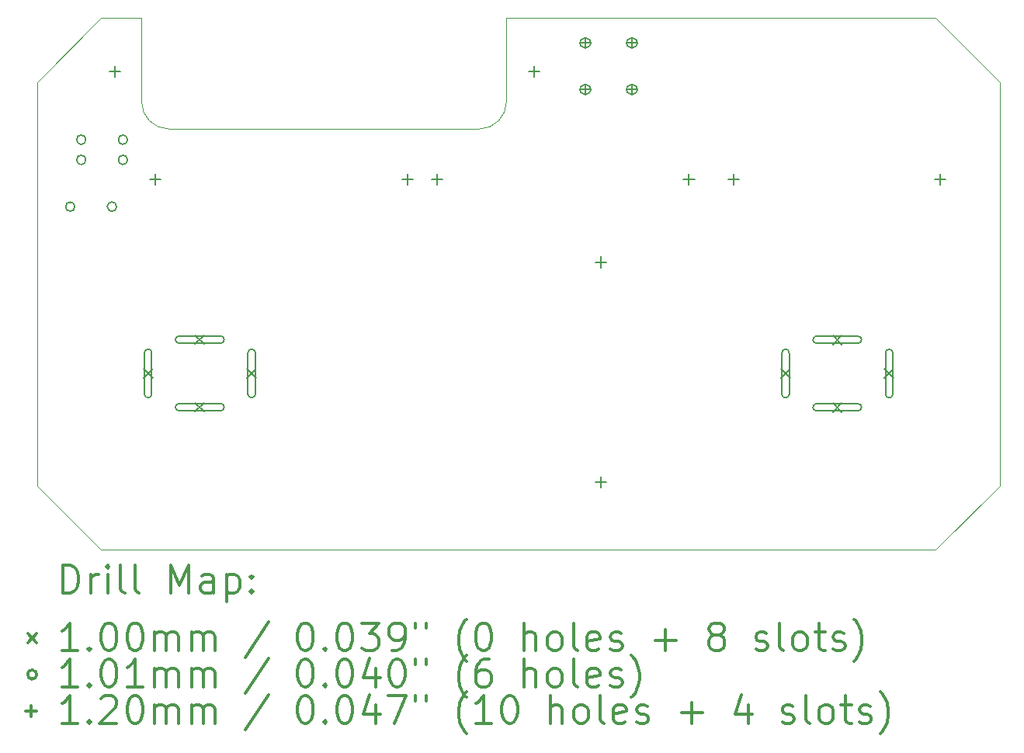
<source format=gbr>
%FSLAX45Y45*%
G04 Gerber Fmt 4.5, Leading zero omitted, Abs format (unit mm)*
G04 Created by KiCad (PCBNEW (5.1.9)-1) date 2021-05-25 00:15:54*
%MOMM*%
%LPD*%
G01*
G04 APERTURE LIST*
%TA.AperFunction,Profile*%
%ADD10C,0.050000*%
%TD*%
%ADD11C,0.200000*%
%ADD12C,0.300000*%
G04 APERTURE END LIST*
D10*
X11800000Y-2000000D02*
X7120000Y-2000000D01*
X3440000Y-3210000D02*
G75*
G02*
X3140000Y-2910000I0J300000D01*
G01*
X7120000Y-2910000D02*
G75*
G02*
X6820000Y-3210000I-300000J0D01*
G01*
X7120000Y-2910000D02*
X7120000Y-2000000D01*
X3440000Y-3210000D02*
X6820000Y-3210000D01*
X3140000Y-2000000D02*
X3140000Y-2910000D01*
X11800000Y-7800000D02*
X12500000Y-7100000D01*
X2700000Y-7800000D02*
X2000000Y-7100000D01*
X2000000Y-2700000D02*
X2700000Y-2000000D01*
X2000000Y-2700000D02*
X2000000Y-7100000D01*
X11800000Y-7800000D02*
X2700000Y-7800000D01*
X12500000Y-2700000D02*
X12500000Y-7100000D01*
X11800000Y-2000000D02*
X12500000Y-2700000D01*
X2700000Y-2000000D02*
X3140000Y-2000000D01*
D11*
X3161120Y-5825000D02*
X3261120Y-5925000D01*
X3261120Y-5825000D02*
X3161120Y-5925000D01*
X3251120Y-6100000D02*
X3251120Y-5650000D01*
X3171120Y-6100000D02*
X3171120Y-5650000D01*
X3251120Y-5650000D02*
G75*
G03*
X3171120Y-5650000I-40000J0D01*
G01*
X3171120Y-6100000D02*
G75*
G03*
X3251120Y-6100000I40000J0D01*
G01*
X3725000Y-5456700D02*
X3825000Y-5556700D01*
X3825000Y-5456700D02*
X3725000Y-5556700D01*
X3550000Y-5546700D02*
X4000000Y-5546700D01*
X3550000Y-5466700D02*
X4000000Y-5466700D01*
X4000000Y-5546700D02*
G75*
G03*
X4000000Y-5466700I0J40000D01*
G01*
X3550000Y-5466700D02*
G75*
G03*
X3550000Y-5546700I0J-40000D01*
G01*
X3725000Y-6193300D02*
X3825000Y-6293300D01*
X3825000Y-6193300D02*
X3725000Y-6293300D01*
X4000000Y-6203300D02*
X3550000Y-6203300D01*
X4000000Y-6283300D02*
X3550000Y-6283300D01*
X3550000Y-6203300D02*
G75*
G03*
X3550000Y-6283300I0J-40000D01*
G01*
X4000000Y-6283300D02*
G75*
G03*
X4000000Y-6203300I0J40000D01*
G01*
X4291420Y-5825000D02*
X4391420Y-5925000D01*
X4391420Y-5825000D02*
X4291420Y-5925000D01*
X4381420Y-6100000D02*
X4381420Y-5650000D01*
X4301420Y-6100000D02*
X4301420Y-5650000D01*
X4381420Y-5650000D02*
G75*
G03*
X4301420Y-5650000I-40000J0D01*
G01*
X4301420Y-6100000D02*
G75*
G03*
X4381420Y-6100000I40000J0D01*
G01*
X10113120Y-5826300D02*
X10213120Y-5926300D01*
X10213120Y-5826300D02*
X10113120Y-5926300D01*
X10203120Y-6101300D02*
X10203120Y-5651300D01*
X10123120Y-6101300D02*
X10123120Y-5651300D01*
X10203120Y-5651300D02*
G75*
G03*
X10123120Y-5651300I-40000J0D01*
G01*
X10123120Y-6101300D02*
G75*
G03*
X10203120Y-6101300I40000J0D01*
G01*
X10677000Y-5458000D02*
X10777000Y-5558000D01*
X10777000Y-5458000D02*
X10677000Y-5558000D01*
X10502000Y-5548000D02*
X10952000Y-5548000D01*
X10502000Y-5468000D02*
X10952000Y-5468000D01*
X10952000Y-5548000D02*
G75*
G03*
X10952000Y-5468000I0J40000D01*
G01*
X10502000Y-5468000D02*
G75*
G03*
X10502000Y-5548000I0J-40000D01*
G01*
X10677000Y-6194600D02*
X10777000Y-6294600D01*
X10777000Y-6194600D02*
X10677000Y-6294600D01*
X10952000Y-6204600D02*
X10502000Y-6204600D01*
X10952000Y-6284600D02*
X10502000Y-6284600D01*
X10502000Y-6204600D02*
G75*
G03*
X10502000Y-6284600I0J-40000D01*
G01*
X10952000Y-6284600D02*
G75*
G03*
X10952000Y-6204600I0J40000D01*
G01*
X11243420Y-5826300D02*
X11343420Y-5926300D01*
X11343420Y-5826300D02*
X11243420Y-5926300D01*
X11333420Y-6101300D02*
X11333420Y-5651300D01*
X11253420Y-6101300D02*
X11253420Y-5651300D01*
X11333420Y-5651300D02*
G75*
G03*
X11253420Y-5651300I-40000J0D01*
G01*
X11253420Y-6101300D02*
G75*
G03*
X11333420Y-6101300I40000J0D01*
G01*
X2412500Y-4056000D02*
G75*
G03*
X2412500Y-4056000I-50500J0D01*
G01*
X2532500Y-3326000D02*
G75*
G03*
X2532500Y-3326000I-50500J0D01*
G01*
X2532500Y-3546000D02*
G75*
G03*
X2532500Y-3546000I-50500J0D01*
G01*
X2867500Y-4056000D02*
G75*
G03*
X2867500Y-4056000I-50500J0D01*
G01*
X2987500Y-3326000D02*
G75*
G03*
X2987500Y-3326000I-50500J0D01*
G01*
X2987500Y-3546000D02*
G75*
G03*
X2987500Y-3546000I-50500J0D01*
G01*
X2850000Y-2520000D02*
X2850000Y-2640000D01*
X2790000Y-2580000D02*
X2910000Y-2580000D01*
X3290000Y-3700000D02*
X3290000Y-3820000D01*
X3230000Y-3760000D02*
X3350000Y-3760000D01*
X6040000Y-3700000D02*
X6040000Y-3820000D01*
X5980000Y-3760000D02*
X6100000Y-3760000D01*
X6360000Y-3700000D02*
X6360000Y-3820000D01*
X6300000Y-3760000D02*
X6420000Y-3760000D01*
X7422000Y-2520000D02*
X7422000Y-2640000D01*
X7362000Y-2580000D02*
X7482000Y-2580000D01*
X7980000Y-2210000D02*
X7980000Y-2330000D01*
X7920000Y-2270000D02*
X8040000Y-2270000D01*
X7990000Y-2220000D02*
X7970000Y-2220000D01*
X7990000Y-2320000D02*
X7970000Y-2320000D01*
X7970000Y-2220000D02*
G75*
G03*
X7970000Y-2320000I0J-50000D01*
G01*
X7990000Y-2320000D02*
G75*
G03*
X7990000Y-2220000I0J50000D01*
G01*
X7980000Y-2718000D02*
X7980000Y-2838000D01*
X7920000Y-2778000D02*
X8040000Y-2778000D01*
X7990000Y-2728000D02*
X7970000Y-2728000D01*
X7990000Y-2828000D02*
X7970000Y-2828000D01*
X7970000Y-2728000D02*
G75*
G03*
X7970000Y-2828000I0J-50000D01*
G01*
X7990000Y-2828000D02*
G75*
G03*
X7990000Y-2728000I0J50000D01*
G01*
X8150000Y-4600000D02*
X8150000Y-4720000D01*
X8090000Y-4660000D02*
X8210000Y-4660000D01*
X8150000Y-7000000D02*
X8150000Y-7120000D01*
X8090000Y-7060000D02*
X8210000Y-7060000D01*
X8488000Y-2210000D02*
X8488000Y-2330000D01*
X8428000Y-2270000D02*
X8548000Y-2270000D01*
X8498000Y-2220000D02*
X8478000Y-2220000D01*
X8498000Y-2320000D02*
X8478000Y-2320000D01*
X8478000Y-2220000D02*
G75*
G03*
X8478000Y-2320000I0J-50000D01*
G01*
X8498000Y-2320000D02*
G75*
G03*
X8498000Y-2220000I0J50000D01*
G01*
X8488000Y-2718000D02*
X8488000Y-2838000D01*
X8428000Y-2778000D02*
X8548000Y-2778000D01*
X8498000Y-2728000D02*
X8478000Y-2728000D01*
X8498000Y-2828000D02*
X8478000Y-2828000D01*
X8478000Y-2728000D02*
G75*
G03*
X8478000Y-2828000I0J-50000D01*
G01*
X8498000Y-2828000D02*
G75*
G03*
X8498000Y-2728000I0J50000D01*
G01*
X9110000Y-3700000D02*
X9110000Y-3820000D01*
X9050000Y-3760000D02*
X9170000Y-3760000D01*
X9597000Y-3699000D02*
X9597000Y-3819000D01*
X9537000Y-3759000D02*
X9657000Y-3759000D01*
X11847000Y-3699000D02*
X11847000Y-3819000D01*
X11787000Y-3759000D02*
X11907000Y-3759000D01*
D12*
X2283928Y-8268214D02*
X2283928Y-7968214D01*
X2355357Y-7968214D01*
X2398214Y-7982500D01*
X2426786Y-8011071D01*
X2441071Y-8039643D01*
X2455357Y-8096786D01*
X2455357Y-8139643D01*
X2441071Y-8196786D01*
X2426786Y-8225357D01*
X2398214Y-8253929D01*
X2355357Y-8268214D01*
X2283928Y-8268214D01*
X2583928Y-8268214D02*
X2583928Y-8068214D01*
X2583928Y-8125357D02*
X2598214Y-8096786D01*
X2612500Y-8082500D01*
X2641071Y-8068214D01*
X2669643Y-8068214D01*
X2769643Y-8268214D02*
X2769643Y-8068214D01*
X2769643Y-7968214D02*
X2755357Y-7982500D01*
X2769643Y-7996786D01*
X2783928Y-7982500D01*
X2769643Y-7968214D01*
X2769643Y-7996786D01*
X2955357Y-8268214D02*
X2926786Y-8253929D01*
X2912500Y-8225357D01*
X2912500Y-7968214D01*
X3112500Y-8268214D02*
X3083928Y-8253929D01*
X3069643Y-8225357D01*
X3069643Y-7968214D01*
X3455357Y-8268214D02*
X3455357Y-7968214D01*
X3555357Y-8182500D01*
X3655357Y-7968214D01*
X3655357Y-8268214D01*
X3926786Y-8268214D02*
X3926786Y-8111071D01*
X3912500Y-8082500D01*
X3883928Y-8068214D01*
X3826786Y-8068214D01*
X3798214Y-8082500D01*
X3926786Y-8253929D02*
X3898214Y-8268214D01*
X3826786Y-8268214D01*
X3798214Y-8253929D01*
X3783928Y-8225357D01*
X3783928Y-8196786D01*
X3798214Y-8168214D01*
X3826786Y-8153929D01*
X3898214Y-8153929D01*
X3926786Y-8139643D01*
X4069643Y-8068214D02*
X4069643Y-8368214D01*
X4069643Y-8082500D02*
X4098214Y-8068214D01*
X4155357Y-8068214D01*
X4183928Y-8082500D01*
X4198214Y-8096786D01*
X4212500Y-8125357D01*
X4212500Y-8211071D01*
X4198214Y-8239643D01*
X4183928Y-8253929D01*
X4155357Y-8268214D01*
X4098214Y-8268214D01*
X4069643Y-8253929D01*
X4341071Y-8239643D02*
X4355357Y-8253929D01*
X4341071Y-8268214D01*
X4326786Y-8253929D01*
X4341071Y-8239643D01*
X4341071Y-8268214D01*
X4341071Y-8082500D02*
X4355357Y-8096786D01*
X4341071Y-8111071D01*
X4326786Y-8096786D01*
X4341071Y-8082500D01*
X4341071Y-8111071D01*
X1897500Y-8712500D02*
X1997500Y-8812500D01*
X1997500Y-8712500D02*
X1897500Y-8812500D01*
X2441071Y-8898214D02*
X2269643Y-8898214D01*
X2355357Y-8898214D02*
X2355357Y-8598214D01*
X2326786Y-8641072D01*
X2298214Y-8669643D01*
X2269643Y-8683929D01*
X2569643Y-8869643D02*
X2583928Y-8883929D01*
X2569643Y-8898214D01*
X2555357Y-8883929D01*
X2569643Y-8869643D01*
X2569643Y-8898214D01*
X2769643Y-8598214D02*
X2798214Y-8598214D01*
X2826786Y-8612500D01*
X2841071Y-8626786D01*
X2855357Y-8655357D01*
X2869643Y-8712500D01*
X2869643Y-8783929D01*
X2855357Y-8841072D01*
X2841071Y-8869643D01*
X2826786Y-8883929D01*
X2798214Y-8898214D01*
X2769643Y-8898214D01*
X2741071Y-8883929D01*
X2726786Y-8869643D01*
X2712500Y-8841072D01*
X2698214Y-8783929D01*
X2698214Y-8712500D01*
X2712500Y-8655357D01*
X2726786Y-8626786D01*
X2741071Y-8612500D01*
X2769643Y-8598214D01*
X3055357Y-8598214D02*
X3083928Y-8598214D01*
X3112500Y-8612500D01*
X3126786Y-8626786D01*
X3141071Y-8655357D01*
X3155357Y-8712500D01*
X3155357Y-8783929D01*
X3141071Y-8841072D01*
X3126786Y-8869643D01*
X3112500Y-8883929D01*
X3083928Y-8898214D01*
X3055357Y-8898214D01*
X3026786Y-8883929D01*
X3012500Y-8869643D01*
X2998214Y-8841072D01*
X2983928Y-8783929D01*
X2983928Y-8712500D01*
X2998214Y-8655357D01*
X3012500Y-8626786D01*
X3026786Y-8612500D01*
X3055357Y-8598214D01*
X3283928Y-8898214D02*
X3283928Y-8698214D01*
X3283928Y-8726786D02*
X3298214Y-8712500D01*
X3326786Y-8698214D01*
X3369643Y-8698214D01*
X3398214Y-8712500D01*
X3412500Y-8741072D01*
X3412500Y-8898214D01*
X3412500Y-8741072D02*
X3426786Y-8712500D01*
X3455357Y-8698214D01*
X3498214Y-8698214D01*
X3526786Y-8712500D01*
X3541071Y-8741072D01*
X3541071Y-8898214D01*
X3683928Y-8898214D02*
X3683928Y-8698214D01*
X3683928Y-8726786D02*
X3698214Y-8712500D01*
X3726786Y-8698214D01*
X3769643Y-8698214D01*
X3798214Y-8712500D01*
X3812500Y-8741072D01*
X3812500Y-8898214D01*
X3812500Y-8741072D02*
X3826786Y-8712500D01*
X3855357Y-8698214D01*
X3898214Y-8698214D01*
X3926786Y-8712500D01*
X3941071Y-8741072D01*
X3941071Y-8898214D01*
X4526786Y-8583929D02*
X4269643Y-8969643D01*
X4912500Y-8598214D02*
X4941071Y-8598214D01*
X4969643Y-8612500D01*
X4983928Y-8626786D01*
X4998214Y-8655357D01*
X5012500Y-8712500D01*
X5012500Y-8783929D01*
X4998214Y-8841072D01*
X4983928Y-8869643D01*
X4969643Y-8883929D01*
X4941071Y-8898214D01*
X4912500Y-8898214D01*
X4883928Y-8883929D01*
X4869643Y-8869643D01*
X4855357Y-8841072D01*
X4841071Y-8783929D01*
X4841071Y-8712500D01*
X4855357Y-8655357D01*
X4869643Y-8626786D01*
X4883928Y-8612500D01*
X4912500Y-8598214D01*
X5141071Y-8869643D02*
X5155357Y-8883929D01*
X5141071Y-8898214D01*
X5126786Y-8883929D01*
X5141071Y-8869643D01*
X5141071Y-8898214D01*
X5341071Y-8598214D02*
X5369643Y-8598214D01*
X5398214Y-8612500D01*
X5412500Y-8626786D01*
X5426786Y-8655357D01*
X5441071Y-8712500D01*
X5441071Y-8783929D01*
X5426786Y-8841072D01*
X5412500Y-8869643D01*
X5398214Y-8883929D01*
X5369643Y-8898214D01*
X5341071Y-8898214D01*
X5312500Y-8883929D01*
X5298214Y-8869643D01*
X5283928Y-8841072D01*
X5269643Y-8783929D01*
X5269643Y-8712500D01*
X5283928Y-8655357D01*
X5298214Y-8626786D01*
X5312500Y-8612500D01*
X5341071Y-8598214D01*
X5541071Y-8598214D02*
X5726786Y-8598214D01*
X5626786Y-8712500D01*
X5669643Y-8712500D01*
X5698214Y-8726786D01*
X5712500Y-8741072D01*
X5726786Y-8769643D01*
X5726786Y-8841072D01*
X5712500Y-8869643D01*
X5698214Y-8883929D01*
X5669643Y-8898214D01*
X5583928Y-8898214D01*
X5555357Y-8883929D01*
X5541071Y-8869643D01*
X5869643Y-8898214D02*
X5926786Y-8898214D01*
X5955357Y-8883929D01*
X5969643Y-8869643D01*
X5998214Y-8826786D01*
X6012500Y-8769643D01*
X6012500Y-8655357D01*
X5998214Y-8626786D01*
X5983928Y-8612500D01*
X5955357Y-8598214D01*
X5898214Y-8598214D01*
X5869643Y-8612500D01*
X5855357Y-8626786D01*
X5841071Y-8655357D01*
X5841071Y-8726786D01*
X5855357Y-8755357D01*
X5869643Y-8769643D01*
X5898214Y-8783929D01*
X5955357Y-8783929D01*
X5983928Y-8769643D01*
X5998214Y-8755357D01*
X6012500Y-8726786D01*
X6126786Y-8598214D02*
X6126786Y-8655357D01*
X6241071Y-8598214D02*
X6241071Y-8655357D01*
X6683928Y-9012500D02*
X6669643Y-8998214D01*
X6641071Y-8955357D01*
X6626786Y-8926786D01*
X6612500Y-8883929D01*
X6598214Y-8812500D01*
X6598214Y-8755357D01*
X6612500Y-8683929D01*
X6626786Y-8641072D01*
X6641071Y-8612500D01*
X6669643Y-8569643D01*
X6683928Y-8555357D01*
X6855357Y-8598214D02*
X6883928Y-8598214D01*
X6912500Y-8612500D01*
X6926786Y-8626786D01*
X6941071Y-8655357D01*
X6955357Y-8712500D01*
X6955357Y-8783929D01*
X6941071Y-8841072D01*
X6926786Y-8869643D01*
X6912500Y-8883929D01*
X6883928Y-8898214D01*
X6855357Y-8898214D01*
X6826786Y-8883929D01*
X6812500Y-8869643D01*
X6798214Y-8841072D01*
X6783928Y-8783929D01*
X6783928Y-8712500D01*
X6798214Y-8655357D01*
X6812500Y-8626786D01*
X6826786Y-8612500D01*
X6855357Y-8598214D01*
X7312500Y-8898214D02*
X7312500Y-8598214D01*
X7441071Y-8898214D02*
X7441071Y-8741072D01*
X7426786Y-8712500D01*
X7398214Y-8698214D01*
X7355357Y-8698214D01*
X7326786Y-8712500D01*
X7312500Y-8726786D01*
X7626786Y-8898214D02*
X7598214Y-8883929D01*
X7583928Y-8869643D01*
X7569643Y-8841072D01*
X7569643Y-8755357D01*
X7583928Y-8726786D01*
X7598214Y-8712500D01*
X7626786Y-8698214D01*
X7669643Y-8698214D01*
X7698214Y-8712500D01*
X7712500Y-8726786D01*
X7726786Y-8755357D01*
X7726786Y-8841072D01*
X7712500Y-8869643D01*
X7698214Y-8883929D01*
X7669643Y-8898214D01*
X7626786Y-8898214D01*
X7898214Y-8898214D02*
X7869643Y-8883929D01*
X7855357Y-8855357D01*
X7855357Y-8598214D01*
X8126786Y-8883929D02*
X8098214Y-8898214D01*
X8041071Y-8898214D01*
X8012500Y-8883929D01*
X7998214Y-8855357D01*
X7998214Y-8741072D01*
X8012500Y-8712500D01*
X8041071Y-8698214D01*
X8098214Y-8698214D01*
X8126786Y-8712500D01*
X8141071Y-8741072D01*
X8141071Y-8769643D01*
X7998214Y-8798214D01*
X8255357Y-8883929D02*
X8283928Y-8898214D01*
X8341071Y-8898214D01*
X8369643Y-8883929D01*
X8383928Y-8855357D01*
X8383928Y-8841072D01*
X8369643Y-8812500D01*
X8341071Y-8798214D01*
X8298214Y-8798214D01*
X8269643Y-8783929D01*
X8255357Y-8755357D01*
X8255357Y-8741072D01*
X8269643Y-8712500D01*
X8298214Y-8698214D01*
X8341071Y-8698214D01*
X8369643Y-8712500D01*
X8741071Y-8783929D02*
X8969643Y-8783929D01*
X8855357Y-8898214D02*
X8855357Y-8669643D01*
X9383928Y-8726786D02*
X9355357Y-8712500D01*
X9341071Y-8698214D01*
X9326786Y-8669643D01*
X9326786Y-8655357D01*
X9341071Y-8626786D01*
X9355357Y-8612500D01*
X9383928Y-8598214D01*
X9441071Y-8598214D01*
X9469643Y-8612500D01*
X9483928Y-8626786D01*
X9498214Y-8655357D01*
X9498214Y-8669643D01*
X9483928Y-8698214D01*
X9469643Y-8712500D01*
X9441071Y-8726786D01*
X9383928Y-8726786D01*
X9355357Y-8741072D01*
X9341071Y-8755357D01*
X9326786Y-8783929D01*
X9326786Y-8841072D01*
X9341071Y-8869643D01*
X9355357Y-8883929D01*
X9383928Y-8898214D01*
X9441071Y-8898214D01*
X9469643Y-8883929D01*
X9483928Y-8869643D01*
X9498214Y-8841072D01*
X9498214Y-8783929D01*
X9483928Y-8755357D01*
X9469643Y-8741072D01*
X9441071Y-8726786D01*
X9841071Y-8883929D02*
X9869643Y-8898214D01*
X9926786Y-8898214D01*
X9955357Y-8883929D01*
X9969643Y-8855357D01*
X9969643Y-8841072D01*
X9955357Y-8812500D01*
X9926786Y-8798214D01*
X9883928Y-8798214D01*
X9855357Y-8783929D01*
X9841071Y-8755357D01*
X9841071Y-8741072D01*
X9855357Y-8712500D01*
X9883928Y-8698214D01*
X9926786Y-8698214D01*
X9955357Y-8712500D01*
X10141071Y-8898214D02*
X10112500Y-8883929D01*
X10098214Y-8855357D01*
X10098214Y-8598214D01*
X10298214Y-8898214D02*
X10269643Y-8883929D01*
X10255357Y-8869643D01*
X10241071Y-8841072D01*
X10241071Y-8755357D01*
X10255357Y-8726786D01*
X10269643Y-8712500D01*
X10298214Y-8698214D01*
X10341071Y-8698214D01*
X10369643Y-8712500D01*
X10383928Y-8726786D01*
X10398214Y-8755357D01*
X10398214Y-8841072D01*
X10383928Y-8869643D01*
X10369643Y-8883929D01*
X10341071Y-8898214D01*
X10298214Y-8898214D01*
X10483928Y-8698214D02*
X10598214Y-8698214D01*
X10526786Y-8598214D02*
X10526786Y-8855357D01*
X10541071Y-8883929D01*
X10569643Y-8898214D01*
X10598214Y-8898214D01*
X10683928Y-8883929D02*
X10712500Y-8898214D01*
X10769643Y-8898214D01*
X10798214Y-8883929D01*
X10812500Y-8855357D01*
X10812500Y-8841072D01*
X10798214Y-8812500D01*
X10769643Y-8798214D01*
X10726786Y-8798214D01*
X10698214Y-8783929D01*
X10683928Y-8755357D01*
X10683928Y-8741072D01*
X10698214Y-8712500D01*
X10726786Y-8698214D01*
X10769643Y-8698214D01*
X10798214Y-8712500D01*
X10912500Y-9012500D02*
X10926786Y-8998214D01*
X10955357Y-8955357D01*
X10969643Y-8926786D01*
X10983928Y-8883929D01*
X10998214Y-8812500D01*
X10998214Y-8755357D01*
X10983928Y-8683929D01*
X10969643Y-8641072D01*
X10955357Y-8612500D01*
X10926786Y-8569643D01*
X10912500Y-8555357D01*
X1997500Y-9158500D02*
G75*
G03*
X1997500Y-9158500I-50500J0D01*
G01*
X2441071Y-9294214D02*
X2269643Y-9294214D01*
X2355357Y-9294214D02*
X2355357Y-8994214D01*
X2326786Y-9037072D01*
X2298214Y-9065643D01*
X2269643Y-9079929D01*
X2569643Y-9265643D02*
X2583928Y-9279929D01*
X2569643Y-9294214D01*
X2555357Y-9279929D01*
X2569643Y-9265643D01*
X2569643Y-9294214D01*
X2769643Y-8994214D02*
X2798214Y-8994214D01*
X2826786Y-9008500D01*
X2841071Y-9022786D01*
X2855357Y-9051357D01*
X2869643Y-9108500D01*
X2869643Y-9179929D01*
X2855357Y-9237072D01*
X2841071Y-9265643D01*
X2826786Y-9279929D01*
X2798214Y-9294214D01*
X2769643Y-9294214D01*
X2741071Y-9279929D01*
X2726786Y-9265643D01*
X2712500Y-9237072D01*
X2698214Y-9179929D01*
X2698214Y-9108500D01*
X2712500Y-9051357D01*
X2726786Y-9022786D01*
X2741071Y-9008500D01*
X2769643Y-8994214D01*
X3155357Y-9294214D02*
X2983928Y-9294214D01*
X3069643Y-9294214D02*
X3069643Y-8994214D01*
X3041071Y-9037072D01*
X3012500Y-9065643D01*
X2983928Y-9079929D01*
X3283928Y-9294214D02*
X3283928Y-9094214D01*
X3283928Y-9122786D02*
X3298214Y-9108500D01*
X3326786Y-9094214D01*
X3369643Y-9094214D01*
X3398214Y-9108500D01*
X3412500Y-9137072D01*
X3412500Y-9294214D01*
X3412500Y-9137072D02*
X3426786Y-9108500D01*
X3455357Y-9094214D01*
X3498214Y-9094214D01*
X3526786Y-9108500D01*
X3541071Y-9137072D01*
X3541071Y-9294214D01*
X3683928Y-9294214D02*
X3683928Y-9094214D01*
X3683928Y-9122786D02*
X3698214Y-9108500D01*
X3726786Y-9094214D01*
X3769643Y-9094214D01*
X3798214Y-9108500D01*
X3812500Y-9137072D01*
X3812500Y-9294214D01*
X3812500Y-9137072D02*
X3826786Y-9108500D01*
X3855357Y-9094214D01*
X3898214Y-9094214D01*
X3926786Y-9108500D01*
X3941071Y-9137072D01*
X3941071Y-9294214D01*
X4526786Y-8979929D02*
X4269643Y-9365643D01*
X4912500Y-8994214D02*
X4941071Y-8994214D01*
X4969643Y-9008500D01*
X4983928Y-9022786D01*
X4998214Y-9051357D01*
X5012500Y-9108500D01*
X5012500Y-9179929D01*
X4998214Y-9237072D01*
X4983928Y-9265643D01*
X4969643Y-9279929D01*
X4941071Y-9294214D01*
X4912500Y-9294214D01*
X4883928Y-9279929D01*
X4869643Y-9265643D01*
X4855357Y-9237072D01*
X4841071Y-9179929D01*
X4841071Y-9108500D01*
X4855357Y-9051357D01*
X4869643Y-9022786D01*
X4883928Y-9008500D01*
X4912500Y-8994214D01*
X5141071Y-9265643D02*
X5155357Y-9279929D01*
X5141071Y-9294214D01*
X5126786Y-9279929D01*
X5141071Y-9265643D01*
X5141071Y-9294214D01*
X5341071Y-8994214D02*
X5369643Y-8994214D01*
X5398214Y-9008500D01*
X5412500Y-9022786D01*
X5426786Y-9051357D01*
X5441071Y-9108500D01*
X5441071Y-9179929D01*
X5426786Y-9237072D01*
X5412500Y-9265643D01*
X5398214Y-9279929D01*
X5369643Y-9294214D01*
X5341071Y-9294214D01*
X5312500Y-9279929D01*
X5298214Y-9265643D01*
X5283928Y-9237072D01*
X5269643Y-9179929D01*
X5269643Y-9108500D01*
X5283928Y-9051357D01*
X5298214Y-9022786D01*
X5312500Y-9008500D01*
X5341071Y-8994214D01*
X5698214Y-9094214D02*
X5698214Y-9294214D01*
X5626786Y-8979929D02*
X5555357Y-9194214D01*
X5741071Y-9194214D01*
X5912500Y-8994214D02*
X5941071Y-8994214D01*
X5969643Y-9008500D01*
X5983928Y-9022786D01*
X5998214Y-9051357D01*
X6012500Y-9108500D01*
X6012500Y-9179929D01*
X5998214Y-9237072D01*
X5983928Y-9265643D01*
X5969643Y-9279929D01*
X5941071Y-9294214D01*
X5912500Y-9294214D01*
X5883928Y-9279929D01*
X5869643Y-9265643D01*
X5855357Y-9237072D01*
X5841071Y-9179929D01*
X5841071Y-9108500D01*
X5855357Y-9051357D01*
X5869643Y-9022786D01*
X5883928Y-9008500D01*
X5912500Y-8994214D01*
X6126786Y-8994214D02*
X6126786Y-9051357D01*
X6241071Y-8994214D02*
X6241071Y-9051357D01*
X6683928Y-9408500D02*
X6669643Y-9394214D01*
X6641071Y-9351357D01*
X6626786Y-9322786D01*
X6612500Y-9279929D01*
X6598214Y-9208500D01*
X6598214Y-9151357D01*
X6612500Y-9079929D01*
X6626786Y-9037072D01*
X6641071Y-9008500D01*
X6669643Y-8965643D01*
X6683928Y-8951357D01*
X6926786Y-8994214D02*
X6869643Y-8994214D01*
X6841071Y-9008500D01*
X6826786Y-9022786D01*
X6798214Y-9065643D01*
X6783928Y-9122786D01*
X6783928Y-9237072D01*
X6798214Y-9265643D01*
X6812500Y-9279929D01*
X6841071Y-9294214D01*
X6898214Y-9294214D01*
X6926786Y-9279929D01*
X6941071Y-9265643D01*
X6955357Y-9237072D01*
X6955357Y-9165643D01*
X6941071Y-9137072D01*
X6926786Y-9122786D01*
X6898214Y-9108500D01*
X6841071Y-9108500D01*
X6812500Y-9122786D01*
X6798214Y-9137072D01*
X6783928Y-9165643D01*
X7312500Y-9294214D02*
X7312500Y-8994214D01*
X7441071Y-9294214D02*
X7441071Y-9137072D01*
X7426786Y-9108500D01*
X7398214Y-9094214D01*
X7355357Y-9094214D01*
X7326786Y-9108500D01*
X7312500Y-9122786D01*
X7626786Y-9294214D02*
X7598214Y-9279929D01*
X7583928Y-9265643D01*
X7569643Y-9237072D01*
X7569643Y-9151357D01*
X7583928Y-9122786D01*
X7598214Y-9108500D01*
X7626786Y-9094214D01*
X7669643Y-9094214D01*
X7698214Y-9108500D01*
X7712500Y-9122786D01*
X7726786Y-9151357D01*
X7726786Y-9237072D01*
X7712500Y-9265643D01*
X7698214Y-9279929D01*
X7669643Y-9294214D01*
X7626786Y-9294214D01*
X7898214Y-9294214D02*
X7869643Y-9279929D01*
X7855357Y-9251357D01*
X7855357Y-8994214D01*
X8126786Y-9279929D02*
X8098214Y-9294214D01*
X8041071Y-9294214D01*
X8012500Y-9279929D01*
X7998214Y-9251357D01*
X7998214Y-9137072D01*
X8012500Y-9108500D01*
X8041071Y-9094214D01*
X8098214Y-9094214D01*
X8126786Y-9108500D01*
X8141071Y-9137072D01*
X8141071Y-9165643D01*
X7998214Y-9194214D01*
X8255357Y-9279929D02*
X8283928Y-9294214D01*
X8341071Y-9294214D01*
X8369643Y-9279929D01*
X8383928Y-9251357D01*
X8383928Y-9237072D01*
X8369643Y-9208500D01*
X8341071Y-9194214D01*
X8298214Y-9194214D01*
X8269643Y-9179929D01*
X8255357Y-9151357D01*
X8255357Y-9137072D01*
X8269643Y-9108500D01*
X8298214Y-9094214D01*
X8341071Y-9094214D01*
X8369643Y-9108500D01*
X8483928Y-9408500D02*
X8498214Y-9394214D01*
X8526786Y-9351357D01*
X8541071Y-9322786D01*
X8555357Y-9279929D01*
X8569643Y-9208500D01*
X8569643Y-9151357D01*
X8555357Y-9079929D01*
X8541071Y-9037072D01*
X8526786Y-9008500D01*
X8498214Y-8965643D01*
X8483928Y-8951357D01*
X1937500Y-9494500D02*
X1937500Y-9614500D01*
X1877500Y-9554500D02*
X1997500Y-9554500D01*
X2441071Y-9690214D02*
X2269643Y-9690214D01*
X2355357Y-9690214D02*
X2355357Y-9390214D01*
X2326786Y-9433072D01*
X2298214Y-9461643D01*
X2269643Y-9475929D01*
X2569643Y-9661643D02*
X2583928Y-9675929D01*
X2569643Y-9690214D01*
X2555357Y-9675929D01*
X2569643Y-9661643D01*
X2569643Y-9690214D01*
X2698214Y-9418786D02*
X2712500Y-9404500D01*
X2741071Y-9390214D01*
X2812500Y-9390214D01*
X2841071Y-9404500D01*
X2855357Y-9418786D01*
X2869643Y-9447357D01*
X2869643Y-9475929D01*
X2855357Y-9518786D01*
X2683928Y-9690214D01*
X2869643Y-9690214D01*
X3055357Y-9390214D02*
X3083928Y-9390214D01*
X3112500Y-9404500D01*
X3126786Y-9418786D01*
X3141071Y-9447357D01*
X3155357Y-9504500D01*
X3155357Y-9575929D01*
X3141071Y-9633072D01*
X3126786Y-9661643D01*
X3112500Y-9675929D01*
X3083928Y-9690214D01*
X3055357Y-9690214D01*
X3026786Y-9675929D01*
X3012500Y-9661643D01*
X2998214Y-9633072D01*
X2983928Y-9575929D01*
X2983928Y-9504500D01*
X2998214Y-9447357D01*
X3012500Y-9418786D01*
X3026786Y-9404500D01*
X3055357Y-9390214D01*
X3283928Y-9690214D02*
X3283928Y-9490214D01*
X3283928Y-9518786D02*
X3298214Y-9504500D01*
X3326786Y-9490214D01*
X3369643Y-9490214D01*
X3398214Y-9504500D01*
X3412500Y-9533072D01*
X3412500Y-9690214D01*
X3412500Y-9533072D02*
X3426786Y-9504500D01*
X3455357Y-9490214D01*
X3498214Y-9490214D01*
X3526786Y-9504500D01*
X3541071Y-9533072D01*
X3541071Y-9690214D01*
X3683928Y-9690214D02*
X3683928Y-9490214D01*
X3683928Y-9518786D02*
X3698214Y-9504500D01*
X3726786Y-9490214D01*
X3769643Y-9490214D01*
X3798214Y-9504500D01*
X3812500Y-9533072D01*
X3812500Y-9690214D01*
X3812500Y-9533072D02*
X3826786Y-9504500D01*
X3855357Y-9490214D01*
X3898214Y-9490214D01*
X3926786Y-9504500D01*
X3941071Y-9533072D01*
X3941071Y-9690214D01*
X4526786Y-9375929D02*
X4269643Y-9761643D01*
X4912500Y-9390214D02*
X4941071Y-9390214D01*
X4969643Y-9404500D01*
X4983928Y-9418786D01*
X4998214Y-9447357D01*
X5012500Y-9504500D01*
X5012500Y-9575929D01*
X4998214Y-9633072D01*
X4983928Y-9661643D01*
X4969643Y-9675929D01*
X4941071Y-9690214D01*
X4912500Y-9690214D01*
X4883928Y-9675929D01*
X4869643Y-9661643D01*
X4855357Y-9633072D01*
X4841071Y-9575929D01*
X4841071Y-9504500D01*
X4855357Y-9447357D01*
X4869643Y-9418786D01*
X4883928Y-9404500D01*
X4912500Y-9390214D01*
X5141071Y-9661643D02*
X5155357Y-9675929D01*
X5141071Y-9690214D01*
X5126786Y-9675929D01*
X5141071Y-9661643D01*
X5141071Y-9690214D01*
X5341071Y-9390214D02*
X5369643Y-9390214D01*
X5398214Y-9404500D01*
X5412500Y-9418786D01*
X5426786Y-9447357D01*
X5441071Y-9504500D01*
X5441071Y-9575929D01*
X5426786Y-9633072D01*
X5412500Y-9661643D01*
X5398214Y-9675929D01*
X5369643Y-9690214D01*
X5341071Y-9690214D01*
X5312500Y-9675929D01*
X5298214Y-9661643D01*
X5283928Y-9633072D01*
X5269643Y-9575929D01*
X5269643Y-9504500D01*
X5283928Y-9447357D01*
X5298214Y-9418786D01*
X5312500Y-9404500D01*
X5341071Y-9390214D01*
X5698214Y-9490214D02*
X5698214Y-9690214D01*
X5626786Y-9375929D02*
X5555357Y-9590214D01*
X5741071Y-9590214D01*
X5826786Y-9390214D02*
X6026786Y-9390214D01*
X5898214Y-9690214D01*
X6126786Y-9390214D02*
X6126786Y-9447357D01*
X6241071Y-9390214D02*
X6241071Y-9447357D01*
X6683928Y-9804500D02*
X6669643Y-9790214D01*
X6641071Y-9747357D01*
X6626786Y-9718786D01*
X6612500Y-9675929D01*
X6598214Y-9604500D01*
X6598214Y-9547357D01*
X6612500Y-9475929D01*
X6626786Y-9433072D01*
X6641071Y-9404500D01*
X6669643Y-9361643D01*
X6683928Y-9347357D01*
X6955357Y-9690214D02*
X6783928Y-9690214D01*
X6869643Y-9690214D02*
X6869643Y-9390214D01*
X6841071Y-9433072D01*
X6812500Y-9461643D01*
X6783928Y-9475929D01*
X7141071Y-9390214D02*
X7169643Y-9390214D01*
X7198214Y-9404500D01*
X7212500Y-9418786D01*
X7226786Y-9447357D01*
X7241071Y-9504500D01*
X7241071Y-9575929D01*
X7226786Y-9633072D01*
X7212500Y-9661643D01*
X7198214Y-9675929D01*
X7169643Y-9690214D01*
X7141071Y-9690214D01*
X7112500Y-9675929D01*
X7098214Y-9661643D01*
X7083928Y-9633072D01*
X7069643Y-9575929D01*
X7069643Y-9504500D01*
X7083928Y-9447357D01*
X7098214Y-9418786D01*
X7112500Y-9404500D01*
X7141071Y-9390214D01*
X7598214Y-9690214D02*
X7598214Y-9390214D01*
X7726786Y-9690214D02*
X7726786Y-9533072D01*
X7712500Y-9504500D01*
X7683928Y-9490214D01*
X7641071Y-9490214D01*
X7612500Y-9504500D01*
X7598214Y-9518786D01*
X7912500Y-9690214D02*
X7883928Y-9675929D01*
X7869643Y-9661643D01*
X7855357Y-9633072D01*
X7855357Y-9547357D01*
X7869643Y-9518786D01*
X7883928Y-9504500D01*
X7912500Y-9490214D01*
X7955357Y-9490214D01*
X7983928Y-9504500D01*
X7998214Y-9518786D01*
X8012500Y-9547357D01*
X8012500Y-9633072D01*
X7998214Y-9661643D01*
X7983928Y-9675929D01*
X7955357Y-9690214D01*
X7912500Y-9690214D01*
X8183928Y-9690214D02*
X8155357Y-9675929D01*
X8141071Y-9647357D01*
X8141071Y-9390214D01*
X8412500Y-9675929D02*
X8383928Y-9690214D01*
X8326786Y-9690214D01*
X8298214Y-9675929D01*
X8283928Y-9647357D01*
X8283928Y-9533072D01*
X8298214Y-9504500D01*
X8326786Y-9490214D01*
X8383928Y-9490214D01*
X8412500Y-9504500D01*
X8426786Y-9533072D01*
X8426786Y-9561643D01*
X8283928Y-9590214D01*
X8541071Y-9675929D02*
X8569643Y-9690214D01*
X8626786Y-9690214D01*
X8655357Y-9675929D01*
X8669643Y-9647357D01*
X8669643Y-9633072D01*
X8655357Y-9604500D01*
X8626786Y-9590214D01*
X8583928Y-9590214D01*
X8555357Y-9575929D01*
X8541071Y-9547357D01*
X8541071Y-9533072D01*
X8555357Y-9504500D01*
X8583928Y-9490214D01*
X8626786Y-9490214D01*
X8655357Y-9504500D01*
X9026786Y-9575929D02*
X9255357Y-9575929D01*
X9141071Y-9690214D02*
X9141071Y-9461643D01*
X9755357Y-9490214D02*
X9755357Y-9690214D01*
X9683928Y-9375929D02*
X9612500Y-9590214D01*
X9798214Y-9590214D01*
X10126786Y-9675929D02*
X10155357Y-9690214D01*
X10212500Y-9690214D01*
X10241071Y-9675929D01*
X10255357Y-9647357D01*
X10255357Y-9633072D01*
X10241071Y-9604500D01*
X10212500Y-9590214D01*
X10169643Y-9590214D01*
X10141071Y-9575929D01*
X10126786Y-9547357D01*
X10126786Y-9533072D01*
X10141071Y-9504500D01*
X10169643Y-9490214D01*
X10212500Y-9490214D01*
X10241071Y-9504500D01*
X10426786Y-9690214D02*
X10398214Y-9675929D01*
X10383928Y-9647357D01*
X10383928Y-9390214D01*
X10583928Y-9690214D02*
X10555357Y-9675929D01*
X10541071Y-9661643D01*
X10526786Y-9633072D01*
X10526786Y-9547357D01*
X10541071Y-9518786D01*
X10555357Y-9504500D01*
X10583928Y-9490214D01*
X10626786Y-9490214D01*
X10655357Y-9504500D01*
X10669643Y-9518786D01*
X10683928Y-9547357D01*
X10683928Y-9633072D01*
X10669643Y-9661643D01*
X10655357Y-9675929D01*
X10626786Y-9690214D01*
X10583928Y-9690214D01*
X10769643Y-9490214D02*
X10883928Y-9490214D01*
X10812500Y-9390214D02*
X10812500Y-9647357D01*
X10826786Y-9675929D01*
X10855357Y-9690214D01*
X10883928Y-9690214D01*
X10969643Y-9675929D02*
X10998214Y-9690214D01*
X11055357Y-9690214D01*
X11083928Y-9675929D01*
X11098214Y-9647357D01*
X11098214Y-9633072D01*
X11083928Y-9604500D01*
X11055357Y-9590214D01*
X11012500Y-9590214D01*
X10983928Y-9575929D01*
X10969643Y-9547357D01*
X10969643Y-9533072D01*
X10983928Y-9504500D01*
X11012500Y-9490214D01*
X11055357Y-9490214D01*
X11083928Y-9504500D01*
X11198214Y-9804500D02*
X11212500Y-9790214D01*
X11241071Y-9747357D01*
X11255357Y-9718786D01*
X11269643Y-9675929D01*
X11283928Y-9604500D01*
X11283928Y-9547357D01*
X11269643Y-9475929D01*
X11255357Y-9433072D01*
X11241071Y-9404500D01*
X11212500Y-9361643D01*
X11198214Y-9347357D01*
M02*

</source>
